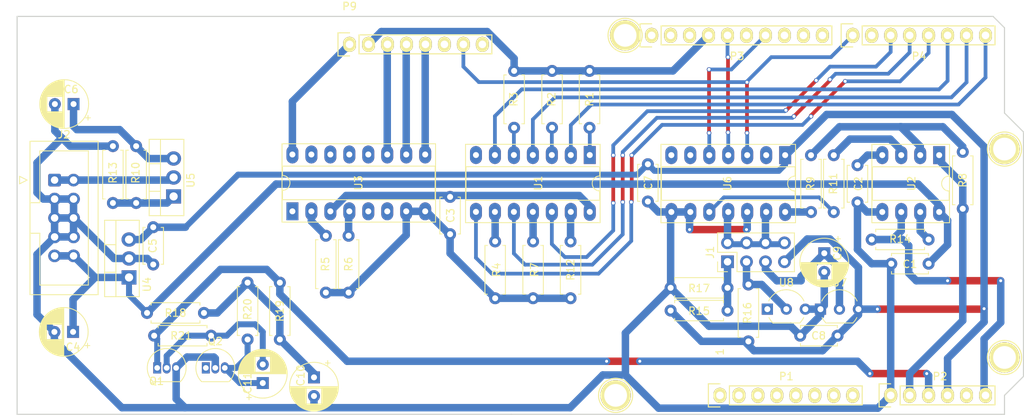
<source format=kicad_pcb>
(kicad_pcb (version 20211014) (generator pcbnew)
  (title_block (date "lun. 30 mars 2015"))
  (layers (0 "F.Cu" signal) (31 "B.Cu" signal) (34 "B.Paste" user) (35 "F.Paste" user) (36 "B.SilkS" user "B.Silkscreen") (37 "F.SilkS" user "F.Silkscreen") (38 "B.Mask" user) (39 "F.Mask" user) (44 "Edge.Cuts" user))
  (net 0 "")
  (net 1 "+5V")
  (net 2 "GND")
  (net 3 "/7")
  (net 4 "/4")
  (net 5 "/3(**)")
  (net 6 "/2")
  (net 7 "/13(SCK)")
  (net 8 "/11(**/MOSI)")
  (net 9 "GNDA")
  (net 10 "+12VA")
  (net 11 "-12VA")
  (net 12 "+5VA")
  (net 13 "/-6.5V")
  (net 14 "/MCP_VREF")
  (net 15 "/DAC_REF")
  (net 16 "/LM_VREF")
  (net 17 "/VDIV_REF")
  (net 18 "/CV")
  (net 19 "/AUDIO_BUS")
  (net 20 "/~{VOICE_6_SEL}")
  (net 21 "/~{VOICE_5_SEL}")
  (net 22 "/~{VOICE_4_SEL}")
  (net 23 "/~{VOICE_3_SEL}")
  (net 24 "/~{VOICE_2_SEL}")
  (net 25 "/~{VOICE_1_SEL}")
  (net 26 "/VOICE_1_SEL")
  (net 27 "/VOICE_2_SEL")
  (net 28 "/VOICE_3_SEL")
  (net 29 "/VOICE_4_SEL")
  (net 30 "/VOICE_7_SEL")
  (net 31 "/VOICE_8_SEL")
  (net 32 "/VOICE_5_SEL")
  (net 33 "Net-(R8-Pad2)")
  (net 34 "/DAC_OUT_A")
  (net 35 "Net-(R10-Pad2)")
  (net 36 "/DAC_OUT_B")
  (net 37 "Net-(R11-Pad1)")
  (net 38 "/VOICE_6_SEL")
  (net 39 "/AUDIO_OUT")
  (net 40 "Net-(C10-Pad1)")
  (net 41 "Net-(C11-Pad2)")
  (net 42 "Net-(C11-Pad1)")
  (net 43 "/NOISE")
  (net 44 "/6(**)")
  (footprint "Socket_Arduino_Uno:Socket_Strip_Arduino_1x08" (layer "F.Cu") (at 138.938 123.825)
    (fp_text reference "P1")
    (fp_text value "Power")
  )
  (footprint "Socket_Arduino_Uno:Socket_Strip_Arduino_1x06" (layer "F.Cu") (at 161.798 123.825)
    (fp_text reference "P2")
    (fp_text value "Analog")
  )
  (footprint "Socket_Arduino_Uno:Socket_Strip_Arduino_1x10" (layer "F.Cu") (at 129.794 75.565)
    (fp_text reference "P3")
    (fp_text value "Digital")
  )
  (footprint "Socket_Arduino_Uno:Socket_Strip_Arduino_1x08" (layer "F.Cu") (at 156.718 75.565)
    (fp_text reference "P4")
    (fp_text value "Digital")
  )
  (footprint "Socket_Arduino_Uno:Arduino_1pin" (layer "F.Cu") (at 124.968 123.825)
    (fp_text reference "P5" hide)
    (fp_text value "CONN_01X01" hide)
  )
  (footprint "Socket_Arduino_Uno:Arduino_1pin" (layer "F.Cu") (at 177.038 118.745)
    (fp_text reference "P6" hide)
    (fp_text value "CONN_01X01" hide)
  )
  (footprint "Socket_Arduino_Uno:Arduino_1pin" (layer "F.Cu") (at 126.238 75.565)
    (fp_text reference "P7" hide)
    (fp_text value "CONN_01X01" hide)
  )
  (footprint "Socket_Arduino_Uno:Arduino_1pin" (layer "F.Cu") (at 177.038 90.805)
    (fp_text reference "P8" hide)
    (fp_text value "CONN_01X01" hide)
  )
  (footprint "Capacitor_THT:C_Disc_D4.7mm_W2.5mm_P5.00mm" (layer "F.Cu") (at 166.878 106.172 180)
    (fp_text reference "C1")
    (fp_text value "100nF")
  )
  (footprint "Capacitor_THT:C_Disc_D4.7mm_W2.5mm_P5.00mm" (layer "F.Cu") (at 157.353 92.964 -90)
    (fp_text reference "C2")
    (fp_text value "100nF")
  )
  (footprint "Capacitor_THT:C_Disc_D4.7mm_W2.5mm_P5.00mm" (layer "F.Cu") (at 102.8065 97.2185 -90)
    (fp_text reference "C3")
    (fp_text value "100nF")
  )
  (footprint "Capacitor_THT:CP_Radial_D6.3mm_P2.50mm" (layer "F.Cu") (at 52.324 115.316 180)
    (fp_text reference "C4")
    (fp_text value "0.33uF")
  )
  (footprint "Capacitor_THT:C_Disc_D4.7mm_W2.5mm_P5.00mm" (layer "F.Cu") (at 63.0555 101.2825 -90)
    (fp_text reference "C5")
    (fp_text value "100nF")
  )
  (footprint "Capacitor_THT:C_Disc_D4.7mm_W2.5mm_P5.00mm" (layer "F.Cu") (at 129.286 92.837 -90)
    (fp_text reference "C7")
    (fp_text value "100nF")
  )
  (footprint "Capacitor_THT:C_Disc_D4.7mm_W2.5mm_P5.00mm" (layer "F.Cu") (at 154.686 115.824 180)
    (fp_text reference "C8")
    (fp_text value "100nF")
  )
  (footprint "Capacitor_THT:CP_Radial_D6.3mm_P2.50mm" (layer "F.Cu") (at 152.908 104.775 -90)
    (fp_text reference "C9")
    (fp_text value "10uF")
  )
  (footprint "Connector_PinHeader_2.54mm:PinHeader_2x04_P2.54mm_Vertical" (layer "F.Cu") (at 139.954 105.918 90)
    (fp_text reference "J1")
    (fp_text value "Conn_02x04_Odd_Even")
  )
  (footprint "Connector_IDC:IDC-Header_2x05_P2.54mm_Vertical" (layer "F.Cu") (at 49.8475 94.965)
    (fp_text reference "J2")
    (fp_text value "Conn_02x05_Odd_Even")
  )
  (footprint "Socket_Arduino_Uno:Socket_Strip_Arduino_1x08" (layer "F.Cu") (at 89.3445 76.7715)
    (fp_text reference "P9")
    (fp_text value "Arduino")
  )
  (footprint "Resistor_THT:R_Axial_DIN0207_L6.3mm_D2.5mm_P7.62mm_Horizontal" (layer "F.Cu") (at 121.4755 87.9475 90)
    (fp_text reference "R1")
    (fp_text value "1k")
  )
  (footprint "Resistor_THT:R_Axial_DIN0207_L6.3mm_D2.5mm_P7.62mm_Horizontal" (layer "F.Cu") (at 116.459 87.9475 90)
    (fp_text reference "R2")
    (fp_text value "1k")
  )
  (footprint "Resistor_THT:R_Axial_DIN0207_L6.3mm_D2.5mm_P7.62mm_Horizontal" (layer "F.Cu") (at 111.379 87.9475 90)
    (fp_text reference "R3")
    (fp_text value "1k")
  )
  (footprint "Resistor_THT:R_Axial_DIN0207_L6.3mm_D2.5mm_P7.62mm_Horizontal" (layer "F.Cu") (at 108.839 103.1875 -90)
    (fp_text reference "R4")
    (fp_text value "1k")
  )
  (footprint "Resistor_THT:R_Axial_DIN0207_L6.3mm_D2.5mm_P7.62mm_Horizontal" (layer "F.Cu") (at 86.1695 102.4255 -90)
    (fp_text reference "R5")
    (fp_text value "1k")
  )
  (footprint "Resistor_THT:R_Axial_DIN0207_L6.3mm_D2.5mm_P7.62mm_Horizontal" (layer "F.Cu") (at 89.2175 102.4255 -90)
    (fp_text reference "R6")
    (fp_text value "1k")
  )
  (footprint "Resistor_THT:R_Axial_DIN0207_L6.3mm_D2.5mm_P7.62mm_Horizontal" (layer "F.Cu") (at 113.919 103.1875 -90)
    (fp_text reference "R7")
    (fp_text value "1k")
  )
  (footprint "Resistor_THT:R_Axial_DIN0207_L6.3mm_D2.5mm_P7.62mm_Horizontal" (layer "F.Cu") (at 151.13 91.6305 -90)
    (fp_text reference "R9")
    (fp_text value "10k")
  )
  (footprint "Resistor_THT:R_Axial_DIN0207_L6.3mm_D2.5mm_P7.62mm_Horizontal" (layer "F.Cu") (at 60.7695 90.415 -90)
    (fp_text reference "R10")
    (fp_text value "119")
  )
  (footprint "Resistor_THT:R_Axial_DIN0207_L6.3mm_D2.5mm_P7.62mm_Horizontal" (layer "F.Cu") (at 118.9355 103.1875 -90)
    (fp_text reference "R12")
    (fp_text value "1k")
  )
  (footprint "Resistor_THT:R_Axial_DIN0207_L6.3mm_D2.5mm_P7.62mm_Horizontal" (layer "F.Cu") (at 166.878 102.9335 180)
    (fp_text reference "R14")
    (fp_text value "1k")
  )
  (footprint "Resistor_THT:R_Axial_DIN0207_L6.3mm_D2.5mm_P7.62mm_Horizontal" (layer "F.Cu") (at 132.334 112.4585)
    (fp_text reference "R15")
    (fp_text value "1k")
  )
  (footprint "Package_TO_SOT_THT:TO-220-3_Vertical" (layer "F.Cu") (at 59.817 108.015 90)
    (fp_text reference "U4")
    (fp_text value "LM7805_TO220")
  )
  (footprint "Package_TO_SOT_THT:TO-220-3_Vertical" (layer "F.Cu") (at 65.786 97.155 90)
    (fp_text reference "U5")
    (fp_text value "LM337_TO220")
  )
  (footprint "Package_DIP:DIP-14_W7.62mm_Socket_LongPads" (layer "F.Cu") (at 147.67 91.62 -90)
    (fp_text reference "U6")
    (fp_text value "MCP4922-EP")
  )
  (footprint "Package_TO_SOT_THT:TO-92_Inline_Wide" (layer "F.Cu") (at 145.288 112.268)
    (fp_text reference "U8")
    (fp_text value "LM4040LP-4.1")
  )
  (footprint "Capacitor_THT:CP_Radial_D6.3mm_P2.50mm" (layer "F.Cu") (at 52.3875 84.7725 180)
    (fp_text reference "C6")
    (fp_text value "10uF")
  )
  (footprint "Resistor_THT:R_Axial_DIN0207_L6.3mm_D2.5mm_P7.62mm_Horizontal" (layer "F.Cu") (at 57.658 98.035 90)
    (fp_text reference "R13")
    (fp_text value "500")
  )
  (footprint "Capacitor_THT:CP_Radial_D6.3mm_P2.50mm" (layer "F.Cu") (at 77.724 122.174 90)
    (fp_text reference "C11")
    (fp_text value "47uF")
  )
  (footprint "Package_TO_SOT_THT:TO-92_Inline" (layer "F.Cu") (at 63.588759 120.1425)
    (fp_text reference "Q1")
    (fp_text value "BC547C")
  )
  (footprint "Package_TO_SOT_THT:TO-92_Inline" (layer "F.Cu") (at 70.098759 120.1425)
    (fp_text reference "Q2")
    (fp_text value "BC547C")
  )
  (footprint "Resistor_THT:R_Axial_DIN0207_L6.3mm_D2.5mm_P7.62mm_Horizontal" (layer "F.Cu") (at 75.692 108.712 -90)
    (fp_text reference "R20")
    (fp_text value "47k")
  )
  (footprint "Resistor_THT:R_Axial_DIN0207_L6.3mm_D2.5mm_P7.62mm_Horizontal" (layer "F.Cu") (at 63.178759 115.824)
    (fp_text reference "R21")
    (fp_text value "150k")
  )
  (footprint "Capacitor_THT:CP_Radial_D6.3mm_P2.50mm" (layer "F.Cu") (at 84.582 121.412 -90)
    (fp_text reference "C10")
    (fp_text value "47uF")
  )
  (footprint "Resistor_THT:R_Axial_DIN0207_L6.3mm_D2.5mm_P7.62mm_Horizontal" (layer "F.Cu") (at 80.01 116.332 90)
    (fp_text reference "R19")
    (fp_text value "10k")
  )
  (footprint "Resistor_THT:R_Axial_DIN0207_L6.3mm_D2.5mm_P7.62mm_Horizontal" (layer "F.Cu") (at 62.23 112.776)
    (fp_text reference "R18")
    (fp_text value "22")
  )
  (footprint "Resistor_THT:R_Axial_DIN0207_L6.3mm_D2.5mm_P7.62mm_Horizontal" (layer "F.Cu") (at 171.45 98.806 90)
    (fp_text reference "R8")
    (fp_text value "10k")
  )
  (footprint "Resistor_THT:R_Axial_DIN0207_L6.3mm_D2.5mm_P7.62mm_Horizontal" (layer "F.Cu") (at 139.954 109.4105 180)
    (fp_text reference "R17")
    (fp_text value "4k")
  )
  (footprint "Resistor_THT:R_Axial_DIN0207_L6.3mm_D2.5mm_P7.62mm_Horizontal" (layer "F.Cu") (at 142.748 116.586 90)
    (fp_text reference "R16")
    (fp_text value "909")
  )
  (footprint "Package_TO_SOT_THT:TO-92_Inline_Wide" (layer "F.Cu") (at 152.4 112.268)
    (fp_text reference "U7")
    (fp_text value "MCP1541-TO")
  )
  (footprint "Package_DIP:DIP-8_W7.62mm_Socket_LongPads" (layer "F.Cu") (at 168.292 91.62 -90)
    (fp_text reference "U2")
    (fp_text value "TL072")
  )
  (footprint "Resistor_THT:R_Axial_DIN0207_L6.3mm_D2.5mm_P7.62mm_Horizontal" (layer "F.Cu") (at 154.178 91.6305 -90)
    (fp_text reference "R11")
    (fp_text value "10k")
  )
  (footprint "Package_DIP:DIP-16_W7.62mm_Socket_LongPads" (layer "F.Cu") (at 81.692 99.1535 90)
    (fp_text reference "U3")
    (fp_text value "74HC4051")
  )
  (footprint "Package_DIP:DIP-14_W7.62mm_Socket_LongPads" (layer "F.Cu") (at 121.508 91.6055 -90)
    (fp_text reference "U1")
    (fp_text value "74LS04")
  )
  (gr_line (start 110.998 73.025) (end 44.831 73.025) (layer "Edge.Cuts") (width 0.15))
  (gr_line (start 44.831 126.365) (end 110.998 126.365) (layer "Edge.Cuts") (width 0.15))
  (gr_line (start 44.831 73.025) (end 44.831 126.365) (layer "Edge.Cuts") (width 0.15))
  (gr_line (start 179.578 88.519) (end 177.038 85.979) (layer "Edge.Cuts") (width 0.15))
  (gr_line (start 179.578 121.285) (end 179.578 88.519) (layer "Edge.Cuts") (width 0.15))
  (gr_line (start 175.514 73.025) (end 110.998 73.025) (layer "Edge.Cuts") (width 0.15))
  (gr_line (start 177.038 123.825) (end 179.578 121.285) (layer "Edge.Cuts") (width 0.15))
  (gr_line (start 110.998 126.365) (end 177.038 126.365) (layer "Edge.Cuts") (width 0.15))
  (gr_line (start 177.038 85.979) (end 177.038 74.549) (layer "Edge.Cuts") (width 0.15))
  (gr_line (start 177.038 74.549) (end 175.514 73.025) (layer "Edge.Cuts") (width 0.15))
  (gr_line (start 177.038 126.365) (end 177.038 123.825) (layer "Edge.Cuts") (width 0.15))
  (gr_text "1" (at 138.938 117.983 90) (layer "F.SilkS") (effects (font (size 1 1))))
  (segment (start 102.616 97.028) (end 102.8065 97.2185) (width 1) (layer "B.Cu") (net 1))
  (segment (start 102.8065 97.2185) (end 102.997 97.028) (width 1) (layer "B.Cu") (net 1))
  (segment (start 120.0785 97.028) (end 121.508 98.4575) (width 1) (layer "B.Cu") (net 1))
  (segment (start 121.508 98.4575) (end 121.508 99.2255) (width 1) (layer "B.Cu") (net 1))
  (segment (start 81.692 84.424) (end 89.3445 76.7715) (width 1) (layer "B.Cu") (net 1))
  (segment (start 86.772 99.1535) (end 88.8975 97.028) (width 1) (layer "B.Cu") (net 1))
  (segment (start 81.692 91.5335) (end 81.692 84.424) (width 1) (layer "B.Cu") (net 1))
  (segment (start 88.8975 97.028) (end 102.616 97.028) (width 1) (layer "B.Cu") (net 1))
  (segment (start 102.997 97.028) (end 120.0785 97.028) (width 1) (layer "B.Cu") (net 1))
  (segment (start 121.4755 80.3275) (end 116.459 80.3275) (width 1) (layer "B.Cu") (net 2))
  (segment (start 96.932 102.331) (end 89.2175 110.0455) (width 1) (layer "B.Cu") (net 2))
  (segment (start 102.8065 104.775) (end 108.839 110.8075) (width 1) (layer "B.Cu") (net 2))
  (segment (start 107.772168 75.05549) (end 111.379 78.662322) (width 1) (layer "B.Cu") (net 2))
  (segment (start 99.6145 99.1535) (end 102.8065 102.3455) (width 1) (layer "B.Cu") (net 2))
  (segment (start 93.60051 75.05549) (end 107.772168 75.05549) (width 1) (layer "B.Cu") (net 2))
  (segment (start 118.9355 110.8075) (end 113.919 110.8075) (width 1) (layer "B.Cu") (net 2))
  (segment (start 111.379 78.662322) (end 111.379 80.3275) (width 1) (layer "B.Cu") (net 2))
  (segment (start 96.932 99.1535) (end 99.472 99.1535) (width 1) (layer "B.Cu") (net 2))
  (segment (start 102.8065 102.3455) (end 102.8065 104.775) (width 1) (layer "B.Cu") (net 2))
  (segment (start 99.472 99.1535) (end 99.6145 99.1535) (width 1) (layer "B.Cu") (net 2))
  (segment (start 96.932 99.1535) (end 96.932 102.331) (width 1) (layer "B.Cu") (net 2))
  (segment (start 132.6515 80.3275) (end 121.4755 80.3275) (width 1) (layer "B.Cu") (net 2))
  (segment (start 116.459 80.3275) (end 111.379 80.3275) (width 1) (layer "B.Cu") (net 2))
  (segment (start 137.414 75.565) (end 132.6515 80.3275) (width 1) (layer "B.Cu") (net 2))
  (segment (start 86.1695 110.0455) (end 89.2175 110.0455) (width 1) (layer "B.Cu") (net 2))
  (segment (start 91.8845 76.7715) (end 93.60051 75.05549) (width 1) (layer "B.Cu") (net 2))
  (segment (start 108.839 110.8075) (end 113.919 110.8075) (width 1) (layer "B.Cu") (net 2))
  (segment (start 142.5575 88.646) (end 142.5575 81.8515) (width 0.5) (layer "F.Cu") (net 3))
  (via (at 142.5575 81.8515) (size 0.6) (drill 0.4) (layers "F.Cu" "B.Cu") (net 3))
  (via (at 142.5575 88.646) (size 0.6) (drill 0.4) (layers "F.Cu" "B.Cu") (net 3))
  (segment (start 145.811502 78.486) (end 142.470001 81.827501) (width 0.5) (layer "B.Cu") (net 3))
  (segment (start 142.59 91.62) (end 142.59 88.6785) (width 0.5) (layer "B.Cu") (net 3))
  (segment (start 156.718 75.565) (end 153.797 78.486) (width 0.5) (layer "B.Cu") (net 3))
  (segment (start 142.59 88.6785) (end 142.5575 88.646) (width 0.5) (layer "B.Cu") (net 3))
  (segment (start 153.797 78.486) (end 145.811502 78.486) (width 0.5) (layer "B.Cu") (net 3))
  (segment (start 142.470001 81.827501) (end 106.656001 81.827501) (width 0.5) (layer "B.Cu") (net 3))
  (segment (start 106.656001 81.827501) (end 104.5845 79.756) (width 0.5) (layer "B.Cu") (net 3))
  (segment (start 104.5845 79.756) (end 104.5845 76.7715) (width 0.5) (layer "B.Cu") (net 3))
  (segment (start 99.472 76.804) (end 99.5045 76.7715) (width 1) (layer "B.Cu") (net 4))
  (segment (start 99.472 91.5335) (end 99.472 76.804) (width 1) (layer "B.Cu") (net 4))
  (segment (start 96.932 76.804) (end 96.9645 76.7715) (width 1) (layer "B.Cu") (net 5))
  (segment (start 96.932 91.5335) (end 96.932 76.804) (width 1) (layer "B.Cu") (net 5))
  (segment (start 94.392 76.804) (end 94.4245 76.7715) (width 1) (layer "B.Cu") (net 6))
  (segment (start 94.392 91.5335) (end 94.392 76.804) (width 1) (layer "B.Cu") (net 6))
  (segment (start 140.0175 88.5825) (end 140.0175 78.486) (width 0.5) (layer "F.Cu") (net 7))
  (via (at 140.0175 78.486) (size 0.6) (drill 0.4) (layers "F.Cu" "B.Cu") (net 7))
  (via (at 140.0175 88.5825) (size 0.6) (drill 0.4) (layers "F.Cu" "B.Cu") (net 7))
  (segment (start 139.954 78.4225) (end 140.0175 78.486) (width 0.5) (layer "B.Cu") (net 7))
  (segment (start 139.954 75.565) (end 139.954 78.4225) (width 0.5) (layer "B.Cu") (net 7))
  (segment (start 140.05 88.615) (end 140.0175 88.5825) (width 0.5) (layer "B.Cu") (net 7))
  (segment (start 140.05 91.62) (end 140.05 88.615) (width 0.5) (layer "B.Cu") (net 7))
  (segment (start 137.4775 80.137) (end 137.4775 88.646) (width 0.5) (layer "F.Cu") (net 8))
  (via (at 137.4775 88.646) (size 0.6) (drill 0.4) (layers "F.Cu" "B.Cu") (net 8))
  (via (at 137.4775 80.137) (size 0.6) (drill 0.4) (layers "F.Cu" "B.Cu") (net 8))
  (segment (start 145.034 75.565) (end 140.462 80.137) (width 0.5) (layer "B.Cu") (net 8))
  (segment (start 140.462 80.137) (end 137.4775 80.137) (width 0.5) (layer "B.Cu") (net 8))
  (segment (start 137.51 88.6785) (end 137.4775 88.646) (width 0.5) (layer "B.Cu") (net 8))
  (segment (start 137.51 91.62) (end 137.51 88.6785) (width 0.5) (layer "B.Cu") (net 8))
  (segment (start 142.494 101.6) (end 134.874 101.6) (width 1) (layer "F.Cu") (net 9))
  (via (at 134.874 101.6) (size 0.6) (drill 0.4) (layers "F.Cu" "B.Cu") (net 9))
  (via (at 142.494 101.6) (size 0.6) (drill 0.4) (layers "F.Cu" "B.Cu") (net 9))
  (segment (start 71.368759 120.1425) (end 71.368759 118.877498) (width 1) (layer "B.Cu") (net 9))
  (segment (start 50.83175 89.31275) (end 49.8875 88.3685) (width 1) (layer "B.Cu") (net 9))
  (segment (start 142.59 101.504) (end 142.494 101.6) (width 1) (layer "B.Cu") (net 9))
  (segment (start 152.908 111.76) (end 152.4 112.268) (width 1) (layer "B.Cu") (net 9))
  (segment (start 161.798 106.252) (end 161.878 106.172) (width 1) (layer "B.Cu") (net 9))
  (segment (start 66.128759 120.1425) (end 66.128759 124.294759) (width 1) (layer "B.Cu") (net 9))
  (segment (start 58.85263 125.476) (end 49.824 116.44737) (width 1) (layer "B.Cu") (net 9))
  (segment (start 137.4775 114.554) (end 132.334 109.4105) (width 1) (layer "B.Cu") (net 9))
  (segment (start 49.8475 97.505) (end 49.8475 100.045) (width 1) (layer "B.Cu") (net 9))
  (segment (start 152.4 112.268) (end 152.4 113.11) (width 1) (layer "B.Cu") (net 9))
  (segment (start 47.498 92.6465) (end 50.83175 89.31275) (width 1) (layer "B.Cu") (net 9))
  (segment (start 142.59 99.24) (end 142.59 101.504) (width 1) (layer "B.Cu") (net 9))
  (segment (start 134.874 101.6) (end 134.874 99.336) (width 1) (layer "B.Cu") (net 9))
  (segment (start 52.3875 100.045) (end 52.3875 97.505) (width 1) (layer "B.Cu") (net 9))
  (segment (start 67.57876 118.692499) (end 66.128759 120.1425) (width 1) (layer "B.Cu") (net 9))
  (segment (start 132.334 99.336) (end 132.43 99.24) (width 1) (layer "B.Cu") (net 9))
  (segment (start 84.582 123.912) (end 84.582 125.222) (width 1) (layer "B.Cu") (net 9))
  (segment (start 159.258 106.172) (end 161.878 106.172) (width 1) (layer "B.Cu") (net 9))
  (segment (start 152.4 113.11) (end 149.686 115.824) (width 1) (layer "B.Cu") (net 9))
  (segment (start 157.353 97.964) (end 157.353 104.267) (width 1) (layer "B.Cu") (net 9))
  (segment (start 49.8475 100.045) (end 52.3875 100.045) (width 1) (layer "B.Cu") (net 9))
  (segment (start 134.97 99.24) (end 132.43 99.24) (width 1) (layer "B.Cu") (net 9))
  (segment (start 130.689 99.24) (end 129.286 97.837) (width 1) (layer "B.Cu") (net 9))
  (segment (start 160.672 99.24) (end 158.629 99.24) (width 1) (layer "B.Cu") (net 9))
  (segment (start 52.3875 102.585) (end 52.3875 100.045) (width 1) (layer "B.Cu") (net 9))
  (segment (start 49.824 116.44737) (end 49.824 115.316) (width 1) (layer "B.Cu") (net 9))
  (segment (start 47.498 104.9345) (end 49.8475 102.585) (width 1) (layer "B.Cu") (net 9))
  (segment (start 62.248 105.475) (end 63.0555 106.2825) (width 1) (layer "B.Cu") (net 9))
  (segment (start 49.824 115.316) (end 47.498 112.99) (width 1) (layer "B.Cu") (net 9))
  (segment (start 126.279361 121.092999) (end 126.279361 115.465139) (width 1) (layer "B.Cu") (net 9))
  (segment (start 152.908 107.275) (end 152.908 111.76) (width 1) (layer "B.Cu") (net 9))
  (segment (start 71.368759 118.877498) (end 71.18376 118.692499) (width 1) (layer "B.Cu") (net 9))
  (segment (start 160.08199 125.54101) (end 130.727372 125.54101) (width 1) (layer "B.Cu") (net 9))
  (segment (start 49.8475 102.585) (end 49.8475 100.045) (width 1) (layer "B.Cu") (net 9))
  (segment (start 71.18376 118.692499) (end 67.57876 118.692499) (width 1) (layer "B.Cu") (net 9))
  (segment (start 47.498 112.99) (end 47.498 104.9345) (width 1) (layer "B.Cu") (net 9))
  (segment (start 49.8475 97.505) (end 52.3875 97.505) (width 1) (layer "B.Cu") (net 9))
  (segment (start 157.353 104.267) (end 159.258 106.172) (width 1) (layer "B.Cu") (net 9))
  (segment (start 148.416 114.554) (end 137.4775 114.554) (width 1) (layer "B.Cu") (net 9))
  (segment (start 59.817 105.475) (end 57.8175 105.475) (width 1) (layer "B.Cu") (net 9))
  (segment (start 51.934 90.415) (end 50.83175 89.31275) (width 1) (layer "B.Cu") (net 9))
  (segment (start 123.255001 121.092999) (end 118.872 125.476) (width 1) (layer "B.Cu") (net 9))
  (segment (start 126.279361 115.465139) (end 132.334 109.4105) (width 1) (layer "B.Cu") (net 9))
  (segment (start 66.128759 124.294759) (end 67.31 125.476) (width 1) (layer "B.Cu") (net 9))
  (segment (start 47.498 96.647) (end 47.498 92.6465) (width 1) (layer "B.Cu") (net 9))
  (segment (start 118.872 125.476) (end 67.31 125.476) (width 1) (layer "B.Cu") (net 9))
  (segment (start 130.727372 125.54101) (end 126.279361 121.092999) (width 1) (layer "B.Cu") (net 9))
  (segment (start 158.629 99.24) (end 157.353 97.964) (width 1) (layer "B.Cu") (net 9))
  (segment (start 67.31 125.476) (end 58.928 125.476) (width 1) (layer "B.Cu") (net 9))
  (segment (start 49.8875 88.3685) (end 49.8875 84.7725) (width 1) (layer "B.Cu") (net 9))
  (segment (start 59.817 105.475) (end 62.248 105.475) (width 1) (layer "B.Cu") (net 9))
  (segment (start 57.8175 105.475) (end 52.3875 100.045) (width 1) (layer "B.Cu") (net 9))
  (segment (start 126.279361 121.092999) (end 123.255001 121.092999) (width 1) (layer "B.Cu") (net 9))
  (segment (start 134.874 99.336) (end 134.97 99.24) (width 1) (layer "B.Cu") (net 9))
  (segment (start 132.43 99.24) (end 130.689 99.24) (width 1) (layer "B.Cu") (net 9))
  (segment (start 49.8475 102.585) (end 52.3875 102.585) (width 1) (layer "B.Cu") (net 9))
  (segment (start 49.8475 97.505) (end 48.356 97.505) (width 1) (layer "B.Cu") (net 9))
  (segment (start 48.356 97.505) (end 47.498 96.647) (width 1) (layer "B.Cu") (net 9))
  (segment (start 161.798 123.825) (end 160.08199 125.54101) (width 1) (layer "B.Cu") (net 9))
  (segment (start 161.798 123.825) (end 161.798 106.252) (width 1) (layer "B.Cu") (net 9))
  (segment (start 149.686 115.824) (end 148.416 114.554) (width 1) (layer "B.Cu") (net 9))
  (segment (start 150.368 112.268) (end 152.4 112.268) (width 1) (layer "B.Cu") (net 9))
  (segment (start 57.658 90.415) (end 51.934 90.415) (width 1) (layer "B.Cu") (net 9))
  (segment (start 132.334 109.4105) (end 132.334 99.336) (width 1) (layer "B.Cu") (net 9))
  (segment (start 165.481 95.504) (end 79.502 95.504) (width 1) (layer "B.Cu") (net 10))
  (segment (start 55.2775 108.015) (end 52.3875 105.125) (width 1) (layer "B.Cu") (net 10))
  (segment (start 52.324 110.9685) (end 55.2775 108.015) (width 1) (layer "B.Cu") (net 10))
  (segment (start 52.324 115.316) (end 52.324 110.9685) (width 1) (layer "B.Cu") (net 10))
  (segment (start 59.817 110.363) (end 62.23 112.776) (width 0.8) (layer "B.Cu") (net 10))
  (segment (start 169.418 103.632) (end 169.418 100.366) (width 1) (layer "B.Cu") (net 10))
  (segment (start 49.8475 105.125) (end 52.3875 105.125) (width 1) (layer "B.Cu") (net 10))
  (segment (start 166.878 106.172) (end 169.418 103.632) (width 1) (layer "B.Cu") (net 10))
  (segment (start 169.418 100.366) (end 168.292 99.24) (width 1) (layer "B.Cu") (net 10))
  (segment (start 59.817 108.015) (end 59.817 110.363) (width 0.8) (layer "B.Cu") (net 10))
  (segment (start 79.502 95.504) (end 62.23 112.776) (width 1) (layer "B.Cu") (net 10))
  (segment (start 168.292 99.24) (end 168.292 98.315) (width 1) (layer "B.Cu") (net 10))
  (segment (start 59.817 108.015) (end 55.2775 108.015) (width 1) (layer "B.Cu") (net 10))
  (segment (start 168.292 98.315) (end 165.481 95.504) (width 1) (layer "B.Cu") (net 10))
  (segment (start 49.8475 94.965) (end 52.3875 94.965) (width 1) (layer "B.Cu") (net 11))
  (segment (start 52.3875 94.965) (end 65.436 94.965) (width 1) (layer "B.Cu") (net 11))
  (segment (start 160.672 91.62) (end 158.697 91.62) (width 1) (layer "B.Cu") (net 11))
  (segment (start 65.436 94.965) (end 65.786 94.615) (width 1) (layer "B.Cu") (net 11))
  (segment (start 158.697 91.62) (end 157.353 92.964) (width 1) (layer "B.Cu") (net 11))
  (segment (start 160.02 112.268) (end 174.244 112.268) (width 1) (layer "F.Cu") (net 12))
  (segment (start 174.244 112.268) (end 174.305999 112.206001) (width 1) (layer "F.Cu") (net 12))
  (via (at 160.02 112.268) (size 0.6) (drill 0.4) (layers "F.Cu" "B.Cu") (net 12))
  (via (at 174.305999 112.206001) (size 0.6) (drill 0.4) (layers "F.Cu" "B.Cu") (net 12))
  (segment (start 157.48 106.68) (end 157.48 112.268) (width 1) (layer "B.Cu") (net 12))
  (segment (start 153.2255 86.1695) (end 169.9895 86.1695) (width 1) (layer "B.Cu") (net 12))
  (segment (start 146.812 93.726) (end 130.175 93.726) (width 0.8) (layer "B.Cu") (net 12))
  (segment (start 169.418 123.825) (end 169.418 118.872) (width 1) (layer "B.Cu") (net 12))
  (segment (start 142.748 116.586) (end 136.4615 116.586) (width 1) (layer "B.Cu") (net 12))
  (segment (start 147.775 91.62) (end 153.2255 86.1695) (width 1) (layer "B.Cu") (net 12))
  (segment (start 67.3735 101.2825) (end 63.0555 101.2825) (width 1) (layer "B.Cu") (net 12))
  (segment (start 74.422 94.234) (end 67.3735 101.2825) (width 0.8) (layer "B.Cu") (net 12))
  (segment (start 130.175 93.726) (end 129.286 92.837) (width 0.8) (layer "B.Cu") (net 12))
  (segment (start 157.48 113.03) (end 154.686 115.824) (width 1) (layer "B.Cu") (net 12))
  (segment (start 147.67 91.62) (end 147.67 92.868) (width 0.8) (layer "B.Cu") (net 12))
  (segment (start 150.622 102.87) (end 153.67 102.87) (width 1) (layer "B.Cu") (net 12))
  (segment (start 169.418 118.872) (end 174.3075 113.9825) (width 1) (layer "B.Cu") (net 12))
  (segment (start 147.574 105.918) (end 150.622 102.87) (width 1) (layer "B.Cu") (net 12))
  (segment (start 147.67 91.62) (end 147.775 91.62) (width 1) (layer "B.Cu") (net 12))
  (segment (start 157.48 112.268) (end 157.48 113.03) (width 1) (layer "B.Cu") (net 12))
  (segment (start 152.677999 117.832001) (end 154.686 115.824) (width 1) (layer "B.Cu") (net 12))
  (segment (start 157.48 112.268) (end 160.02 112.268) (width 1) (layer "B.Cu") (net 12))
  (segment (start 147.67 92.868) (end 146.812 93.726) (width 0.8) (layer "B.Cu") (net 12))
  (segment (start 61.403 102.935) (end 63.0555 101.2825) (width 1) (layer "B.Cu") (net 12))
  (segment (start 142.494 116.84) (end 143.486001 117.832001) (width 1) (layer "B.Cu") (net 12))
  (segment (start 59.817 102.935) (end 61.403 102.935) (width 1) (layer "B.Cu") (net 12))
  (segment (start 153.67 102.87) (end 157.48 106.68) (width 1) (layer "B.Cu") (net 12))
  (segment (start 129.286 92.837) (end 127.889 94.234) (width 0.8) (layer "B.Cu") (net 12))
  (segment (start 127.889 94.234) (end 74.422 94.234) (width 0.8) (layer "B.Cu") (net 12))
  (segment (start 143.486001 117.832001) (end 152.677999 117.832001) (width 1) (layer "B.Cu") (net 12))
  (segment (start 169.9895 86.1695) (end 174.305999 90.485999) (width 1) (layer "B.Cu") (net 12))
  (segment (start 136.4615 116.586) (end 132.334 112.4585) (width 1) (layer "B.Cu") (net 12))
  (segment (start 174.305999 90.485999) (end 174.305999 113.984001) (width 1) (layer "B.Cu") (net 12))
  (segment (start 58.556 88.2015) (end 60.7695 90.415) (width 1) (layer "B.Cu") (net 13))
  (segment (start 52.3875 87.757) (end 52.832 88.2015) (width 1) (layer "B.Cu") (net 13))
  (segment (start 52.3875 84.7725) (end 52.3875 87.757) (width 1) (layer "B.Cu") (net 13))
  (segment (start 62.4295 92.075) (end 60.7695 90.415) (width 1) (layer "B.Cu") (net 13))
  (segment (start 65.786 92.075) (end 62.4295 92.075) (width 1) (layer "B.Cu") (net 13))
  (segment (start 52.832 88.2015) (end 58.556 88.2015) (width 1) (layer "B.Cu") (net 13))
  (segment (start 149.7965 108.458) (end 149.7965 107.8865) (width 1) (layer "B.Cu") (net 14))
  (segment (start 149.7965 108.458) (end 146.558 108.458) (width 1) (layer "B.Cu") (net 14))
  (segment (start 146.558 108.458) (end 145.034 106.934) (width 1) (layer "B.Cu") (net 14))
  (segment (start 154.94 112.268) (end 154.94 106.807) (width 1) (layer "B.Cu") (net 14))
  (segment (start 149.7965 107.8865) (end 152.908 104.775) (width 1) (layer "B.Cu") (net 14))
  (segment (start 145.034 106.934) (end 145.034 105.918) (width 1) (layer "B.Cu") (net 14))
  (segment (start 154.94 106.807) (end 152.908 104.775) (width 1) (layer "B.Cu") (net 14))
  (segment (start 139.8905 99.3995) (end 140.05 99.24) (width 0.8) (layer "B.Cu") (net 15))
  (segment (start 145.034 103.378) (end 145.034 99.336) (width 1) (layer "B.Cu") (net 15))
  (segment (start 144.9705 103.5685) (end 147.5105 103.5685) (width 0.8) (layer "B.Cu") (net 15))
  (segment (start 142.4305 103.5685) (end 144.9705 103.5685) (width 0.8) (layer "B.Cu") (net 15))
  (segment (start 139.8905 103.5685) (end 142.4305 103.5685) (width 0.8) (layer "B.Cu") (net 15))
  (segment (start 145.034 99.336) (end 145.13 99.24) (width 1) (layer "B.Cu") (net 15))
  (segment (start 139.954 99.336) (end 140.05 99.24) (width 1) (layer "B.Cu") (net 15))
  (segment (start 145.13 103.409) (end 144.9705 103.5685) (width 0.8) (layer "B.Cu") (net 15))
  (segment (start 139.954 103.378) (end 139.954 99.336) (width 1) (layer "B.Cu") (net 15))
  (segment (start 142.748 108.966) (end 144.526 108.966) (width 1) (layer "B.Cu") (net 16))
  (segment (start 142.494 108.712) (end 142.748 108.966) (width 1) (layer "B.Cu") (net 16))
  (segment (start 144.526 108.966) (end 147.828 112.268) (width 1) (layer "B.Cu") (net 16))
  (segment (start 142.494 106.045) (end 142.4305 106.1085) (width 1) (layer "B.Cu") (net 16))
  (segment (start 142.494 105.918) (end 142.494 108.712) (width 1) (layer "B.Cu") (net 16))
  (segment (start 139.954 109.4105) (end 139.954 106.172) (width 1) (layer "B.Cu") (net 17))
  (segment (start 139.954 112.4585) (end 139.954 109.4105) (width 1) (layer "B.Cu") (net 17))
  (segment (start 139.954 106.172) (end 139.8905 106.1085) (width 1) (layer "B.Cu") (net 17))
  (segment (start 168.292 91.62) (end 168.292 92.346) (width 1) (layer "B.Cu") (net 18))
  (segment (start 171.45 113.792) (end 171.45 98.806) (width 1) (layer "B.Cu") (net 18))
  (segment (start 168.292 92.346) (end 171.45 95.504) (width 1) (layer "B.Cu") (net 18))
  (segment (start 164.338 123.825) (end 164.338 120.904) (width 1) (layer "B.Cu") (net 18))
  (segment (start 164.338 120.904) (end 171.45 113.792) (width 1) (layer "B.Cu") (net 18))
  (segment (start 171.45 95.504) (end 171.45 98.806) (width 1) (layer "B.Cu") (net 18))
  (segment (start 176.53 108.458) (end 169.418 108.458) (width 1) (layer "F.Cu") (net 19))
  (via (at 169.418 108.458) (size 0.6) (drill 0.4) (layers "F.Cu" "B.Cu") (net 19))
  (via (at 176.53 108.458) (size 0.6) (drill 0.4) (layers "F.Cu" "B.Cu") (net 19))
  (segment (start 164.211 103.759) (end 163.3855 102.9335) (width 1) (layer "B.Cu") (net 19))
  (segment (start 169.418 108.458) (end 165.227 108.458) (width 1) (layer "B.Cu") (net 19))
  (segment (start 174.305999 123.632999) (end 174.305999 116.270001) (width 1) (layer "B.Cu") (net 19))
  (segment (start 164.211 107.442) (end 164.211 103.759) (width 1) (layer "B.Cu") (net 19))
  (segment (start 163.3855 102.9335) (end 159.258 102.9335) (width 1) (layer "B.Cu") (net 19))
  (segment (start 162.052 102.9335) (end 163.212 101.7735) (width 1) (layer "B.Cu") (net 19))
  (segment (start 174.498 123.825) (end 174.305999 123.632999) (width 1) (layer "B.Cu") (net 19))
  (segment (start 163.212 101.7735) (end 163.212 99.24) (width 1) (layer "B.Cu") (net 19))
  (segment (start 174.305999 116.270001) (end 176.53 114.046) (width 1) (layer "B.Cu") (net 19))
  (segment (start 159.258 102.9335) (end 162.052 102.9335) (width 1) (layer "B.Cu") (net 19))
  (segment (start 165.227 108.458) (end 164.211 107.442) (width 1) (layer "B.Cu") (net 19))
  (segment (start 176.53 114.046) (end 176.53 108.458) (width 1) (layer "B.Cu") (net 19))
  (segment (start 151.8285 81.5975) (end 147.828 85.598) (width 0.5) (layer "F.Cu") (net 20))
  (segment (start 124.6505 98.044) (end 124.6505 91.6305) (width 0.5) (layer "F.Cu") (net 20))
  (segment (start 147.828 85.598) (end 147.7645 85.598) (width 0.5) (layer "F.Cu") (net 20))
  (via (at 147.7645 85.598) (size 0.6) (drill 0.4) (layers "F.Cu" "B.Cu") (net 20))
  (via (at 151.8285 81.5975) (size 0.6) (drill 0.4) (layers "F.Cu" "B.Cu") (net 20))
  (via (at 124.6505 91.6305) (size 0.6) (drill 0.4) (layers "F.Cu" "B.Cu") (net 20))
  (via (at 124.6505 98.044) (size 0.6) (drill 0.4) (layers "F.Cu" "B.Cu") (net 20))
  (segment (start 161.798 75.565) (end 161.798 77.7875) (width 0.5) (layer "B.Cu") (net 20))
  (segment (start 116.428 103.5375) (end 118.1735 105.283) (width 0.5) (layer "B.Cu") (net 20))
  (segment (start 129.2225 85.725) (end 147.6375 85.725) (width 0.5) (layer "B.Cu") (net 20))
  (segment (start 159.8295 79.756) (end 153.67 79.756) (width 0.5) (layer "B.Cu") (net 20))
  (segment (start 161.798 77.7875) (end 159.8295 79.756) (width 0.5) (layer "B.Cu") (net 20))
  (segment (start 124.6505 101.727) (end 124.6505 98.044) (width 0.5) (layer "B.Cu") (net 20))
  (segment (start 121.0945 105.283) (end 124.6505 101.727) (width 0.5) (layer "B.Cu") (net 20))
  (segment (start 153.67 79.756) (end 151.8285 81.5975) (width 0.5) (layer "B.Cu") (net 20))
  (segment (start 147.6375 85.725) (end 147.7645 85.598) (width 0.5) (layer "B.Cu") (net 20))
  (segment (start 118.1735 105.283) (end 121.0945 105.283) (width 0.5) (layer "B.Cu") (net 20))
  (segment (start 124.6505 90.297) (end 129.2225 85.725) (width 0.5) (layer "B.Cu") (net 20))
  (segment (start 124.6505 91.6305) (end 124.6505 90.297) (width 0.5) (layer "B.Cu") (net 20))
  (segment (start 116.428 99.2255) (end 116.428 103.5375) (width 0.5) (layer "B.Cu") (net 20))
  (segment (start 125.9205 97.917) (end 125.9205 91.6305) (width 0.5) (layer "F.Cu") (net 21))
  (segment (start 153.67 81.5975) (end 153.67 81.4705) (width 0.5) (layer "F.Cu") (net 21))
  (segment (start 148.844 86.4235) (end 153.67 81.5975) (width 0.5) (layer "F.Cu") (net 21))
  (via (at 153.67 81.4705) (size 0.6) (drill 0.4) (layers "F.Cu" "B.Cu") (net 21))
  (via (at 125.9205 97.917) (size 0.6) (drill 0.4) (layers "F.Cu" "B.Cu") (net 21))
  (via (at 125.9205 91.6305) (size 0.6) (drill 0.4) (layers "F.Cu" "B.Cu") (net 21))
  (via (at 148.844 86.4235) (size 0.6) (drill 0.4) (layers "F.Cu" "B.Cu") (net 21))
  (segment (start 112.8395 106.299) (end 111.348 104.8075) (width 0.5) (layer "B.Cu") (net 21))
  (segment (start 125.9205 91.6305) (end 125.9205 91.186) (width 0.5) (layer "B.Cu") (net 21))
  (segment (start 121.8565 106.299) (end 112.8395 106.299) (width 0.5) (layer "B.Cu") (net 21))
  (segment (start 148.6535 86.614) (end 148.844 86.4235) (width 0.5) (layer "B.Cu") (net 21))
  (segment (start 164.338 77.851) (end 164.338 75.565) (width 0.5) (layer "B.Cu") (net 21))
  (segment (start 161.4805 80.7085) (end 164.338 77.851) (width 0.5) (layer "B.Cu") (net 21))
  (segment (start 125.9205 97.917) (end 125.9205 102.235) (width 0.5) (layer "B.Cu") (net 21))
  (segment (start 154.432 80.7085) (end 161.4805 80.7085) (width 0.5) (layer "B.Cu") (net 21))
  (segment (start 125.9205 91.186) (end 130.4925 86.614) (width 0.5) (layer "B.Cu") (net 21))
  (segment (start 153.67 81.4705) (end 154.432 80.7085) (width 0.5) (layer "B.Cu") (net 21))
  (segment (start 130.4925 86.614) (end 148.6535 86.614) (width 0.5) (layer "B.Cu") (net 21))
  (segment (start 125.9205 102.235) (end 121.8565 106.299) (width 0.5) (layer "B.Cu") (net 21))
  (segment (start 111.348 104.8075) (end 111.348 99.2255) (width 0.5) (layer "B.Cu") (net 21))
  (segment (start 151.13 86.2965) (end 151.13 86.4235) (width 0.5) (layer "F.Cu") (net 22))
  (segment (start 127.127 97.8535) (end 127.0635 97.917) (width 0.5) (layer "F.Cu") (net 22))
  (segment (start 127.127 91.6305) (end 127.127 97.8535) (width 0.5) (layer "F.Cu") (net 22))
  (segment (start 155.702 81.7245) (end 151.13 86.2965) (width 0.5) (layer "F.Cu") (net 22))
  (via (at 127.127 91.6305) (size 0.6) (drill 0.4) (layers "F.Cu" "B.Cu") (net 22))
  (via (at 127.0635 97.917) (size 0.6) (drill 0.4) (layers "F.Cu" "B.Cu") (net 22))
  (via (at 155.702 81.7245) (size 0.6) (drill 0.4) (layers "F.Cu" "B.Cu") (net 22))
  (via (at 151.13 86.4235) (size 0.6) (drill 0.4) (layers "F.Cu" "B.Cu") (net 22))
  (segment (start 131.191 87.5665) (end 127.127 91.6305) (width 0.5) (layer "B.Cu") (net 22))
  (segment (start 166.878 77.9145) (end 163.068 81.7245) (width 0.5) (layer "B.Cu") (net 22))
  (segment (start 166.878 75.565) (end 166.878 77.9145) (width 0.5) (layer "B.Cu") (net 22))
  (segment (start 122.682 107.5055) (end 108.3945 107.5055) (width 0.5) (layer "B.Cu") (net 22))
  (segment (start 108.3945 107.5055) (end 106.268 105.379) (width 0.5) (layer "B.Cu") (net 22))
  (segment (start 163.068 81.7245) (end 155.702 81.7245) (width 0.5) (layer "B.Cu") (net 22))
  (segment (start 127.0635 103.124) (end 122.682 107.5055) (width 0.5) (layer "B.Cu") (net 22))
  (segment (start 106.268 105.379) (end 106.268 99.2255) (width 0.5) (layer "B.Cu") (net 22))
  (segment (start 151.13 86.4235) (end 149.987 87.5665) (width 0.5) (layer "B.Cu") (net 22))
  (segment (start 127.0635 97.917) (end 127.0635 103.124) (width 0.5) (layer "B.Cu") (net 22))
  (segment (start 149.987 87.5665) (end 131.191 87.5665) (width 0.5) (layer "B.Cu") (net 22))
  (segment (start 108.808 86.391) (end 112.395 82.804) (width 0.5) (layer "B.Cu") (net 23))
  (segment (start 169.418 81.661) (end 169.418 75.565) (width 0.5) (layer "B.Cu") (net 23))
  (segment (start 108.808 91.6055) (end 108.808 86.391) (width 0.5) (layer "B.Cu") (net 23))
  (segment (start 168.275 82.804) (end 169.418 81.661) (width 0.5) (layer "B.Cu") (net 23))
  (segment (start 112.395 82.804) (end 168.275 82.804) (width 0.5) (layer "B.Cu") (net 23))
  (segment (start 169.926 83.8835) (end 171.958 81.8515) (width 0.5) (layer "B.Cu") (net 24))
  (segment (start 116.84 83.8835) (end 169.926 83.8835) (width 0.5) (layer "B.Cu") (net 24))
  (segment (start 113.888 86.8355) (end 116.84 83.8835) (width 0.5) (layer "B.Cu") (net 24))
  (segment (start 113.888 91.6055) (end 113.888 86.8355) (width 0.5) (layer "B.Cu") (net 24))
  (segment (start 171.958 81.8515) (end 171.958 75.565) (width 0.5) (layer "B.Cu") (net 24))
  (segment (start 121.7295 84.836) (end 170.8785 84.836) (width 0.5) (layer "B.Cu") (net 25))
  (segment (start 174.498 81.2165) (end 174.498 75.565) (width 0.5) (layer "B.Cu") (net 25))
  (segment (start 118.968 91.6055) (end 118.968 87.5975) (width 0.5) (layer "B.Cu") (net 25))
  (segment (start 170.8785 84.836) (end 174.498 81.2165) (width 0.5) (layer "B.Cu") (net 25))
  (segment (start 118.968 87.5975) (end 121.7295 84.836) (width 0.5) (layer "B.Cu") (net 25))
  (segment (start 121.508 87.98) (end 121.4755 87.9475) (width 0.5) (layer "B.Cu") (net 26))
  (segment (start 121.508 91.6055) (end 121.508 87.98) (width 0.5) (layer "B.Cu") (net 26))
  (segment (start 116.428 91.6055) (end 116.428 87.9785) (width 0.5) (layer "B.Cu") (net 27))
  (segment (start 116.428 87.9785) (end 116.459 87.9475) (width 0.5) (layer "B.Cu") (net 27))
  (segment (start 111.348 87.9785) (end 111.379 87.9475) (width 0.5) (layer "B.Cu") (net 28))
  (segment (start 111.348 91.6055) (end 111.348 87.9785) (width 0.5) (layer "B.Cu") (net 28))
  (segment (start 108.839 99.2565) (end 108.808 99.2255) (width 1) (layer "B.Cu") (net 29))
  (segment (start 108.839 103.1875) (end 108.839 99.2565) (width 1) (layer "B.Cu") (net 29))
  (segment (start 84.232 99.1535) (end 84.232 100.488) (width 1) (layer "B.Cu") (net 30))
  (segment (start 84.232 100.488) (end 86.1695 102.4255) (width 1) (layer "B.Cu") (net 30))
  (segment (start 89.2175 102.4255) (end 89.2175 99.248) (width 1) (layer "B.Cu") (net 31))
  (segment (start 89.2175 99.248) (end 89.312 99.1535) (width 1) (layer "B.Cu") (net 31))
  (segment (start 113.919 99.2565) (end 113.888 99.2255) (width 1) (layer "B.Cu") (net 32))
  (segment (start 113.919 103.1875) (end 113.919 99.2565) (width 1) (layer "B.Cu") (net 32))
  (segment (start 171.45 91.186) (end 171.45 90.4875) (width 1) (layer "B.Cu") (net 33))
  (segment (start 165.752 91.62) (end 165.752 90.441) (width 1) (layer "B.Cu") (net 33))
  (segment (start 163.195 87.8205) (end 154.94 87.8205) (width 1) (layer "B.Cu") (net 33))
  (segment (start 165.752 90.441) (end 163.1315 87.8205) (width 1) (layer "B.Cu") (net 33))
  (segment (start 165.752 91.890002) (end 165.752 91.62) (width 0.5) (layer "B.Cu") (net 33))
  (segment (start 154.94 87.8205) (end 151.13 91.6305) (width 1) (layer "B.Cu") (net 33))
  (segment (start 168.783 87.8205) (end 163.068 87.8205) (width 1) (layer "B.Cu") (net 33))
  (segment (start 171.45 90.4875) (end 168.783 87.8205) (width 1) (layer "B.Cu") (net 33))
  (segment (start 147.67 99.24) (end 151.1195 99.24) (width 1) (layer "B.Cu") (net 34))
  (segment (start 151.1195 99.24) (end 151.13 99.2505) (width 1) (layer "B.Cu") (net 34))
  (segment (start 64.906 98.035) (end 65.786 97.155) (width 1) (layer "B.Cu") (net 35))
  (segment (start 60.7695 98.035) (end 64.906 98.035) (width 1) (layer "B.Cu") (net 35))
  (segment (start 57.658 98.035) (end 60.7695 98.035) (width 1) (layer "B.Cu") (net 35))
  (segment (start 154.178 99.2505) (end 152.2095 97.282) (width 0.5) (layer "B.Cu") (net 36))
  (segment (start 152.2095 97.282) (end 139.468 97.282) (width 0.5) (layer "B.Cu") (net 36))
  (segment (start 139.468 97.282) (end 137.51 99.24) (width 0.5) (layer "B.Cu") (net 36))
  (segment (start 161.7345 89.4715) (end 163.212 90.949) (width 1) (layer "B.Cu") (net 37))
  (segment (start 154.178 91.6305) (end 156.337 89.4715) (width 1) (layer "B.Cu") (net 37))
  (segment (start 156.337 89.4715) (end 161.7345 89.4715) (width 1) (layer "B.Cu") (net 37))
  (segment (start 163.212 90.949) (end 163.212 91.62) (width 1) (layer "B.Cu") (net 37))
  (segment (start 118.9355 99.258) (end 118.968 99.2255) (width 1) (layer "B.Cu") (net 38))
  (segment (start 118.9355 103.1875) (end 118.9355 99.258) (width 1) (layer "B.Cu") (net 38))
  (segment (start 165.752 99.24) (end 165.752 101.8075) (width 1) (layer "B.Cu") (net 39))
  (segment (start 165.752 101.8075) (end 166.878 102.9335) (width 1) (layer "B.Cu") (net 39))
  (segment (start 71.628 112.776) (end 75.692 108.712) (width 1) (layer "B.Cu") (net 40))
  (segment (start 84.582 121.412) (end 84.582 120.904) (width 1) (layer "B.Cu") (net 40))
  (segment (start 80.01 113.03) (end 80.01 116.332) (width 1) (layer "B.Cu") (net 40))
  (segment (start 84.582 120.904) (end 80.01 116.332) (width 1) (layer "B.Cu") (net 40))
  (segment (start 69.85 112.776) (end 71.628 112.776) (width 1) (layer "B.Cu") (net 40))
  (segment (start 75.692 108.712) (end 80.01 113.03) (width 1) (layer "B.Cu") (net 40))
  (segment (start 74.422 114.3) (end 72.898 115.824) (width 0.8) (layer "B.Cu") (net 41))
  (segment (start 64.858759 118.529241) (end 67.564 115.824) (width 0.8) (layer "B.Cu") (net 41))
  (segment (start 72.898 115.824) (end 70.798759 115.824) (width 0.8) (layer "B.Cu") (net 41))
  (segment (start 64.858759 120.1425) (end 64.858759 118.529241) (width 0.8) (layer "B.Cu") (net 41))
  (segment (start 77.724 115.316) (end 76.708 114.3) (width 0.8) (layer "B.Cu") (net 41))
  (segment (start 76.708 114.3) (end 74.422 114.3) (width 0.8) (layer "B.Cu") (net 41))
  (segment (start 67.564 115.824) (end 70.798759 115.824) (width 0.8) (layer "B.Cu") (net 41))
  (segment (start 77.724 119.674) (end 77.724 115.316) (width 0.8) (layer "B.Cu") (net 41))
  (segment (start 77.724 122.174) (end 74.670259 122.174) (width 0.8) (layer "B.Cu") (net 42))
  (segment (start 74.1675 120.1425) (end 75.692 118.618) (width 0.8) (layer "B.Cu") (net 42))
  (segment (start 74.670259 122.174) (end 72.638759 120.1425) (width 0.8) (layer "B.Cu") (net 42))
  (segment (start 75.692 118.618) (end 75.692 116.332) (width 0.8) (layer "B.Cu") (net 42))
  (segment (start 72.638759 120.1425) (end 74.1675 120.1425) (width 0.8) (layer "B.Cu") (net 42))
  (segment (start 123.7615 119.253) (end 128.2065 119.253) (width 1) (layer "F.Cu") (net 43))
  (segment (start 159.004 120.904) (end 166.624 120.904) (width 1) (layer "F.Cu") (net 43))
  (via (at 159.004 120.904) (size 0.6) (drill 0.4) (layers "F.Cu" "B.Cu") (net 43))
  (via (at 128.2065 119.253) (size 0.6) (drill 0.4) (layers "F.Cu" "B.Cu") (net 43))
  (via (at 166.624 120.904) (size 0.6) (drill 0.4) (layers "F.Cu" "B.Cu") (net 43))
  (via (at 123.7615 119.253) (size 0.6) (drill 0.4) (layers "F.Cu" "B.Cu") (net 43))
  (segment (start 167.0685 123.6345) (end 166.878 123.825) (width 1) (layer "B.Cu") (net 43))
  (segment (start 63.178759 115.824) (end 72.068759 106.934) (width 1) (layer "B.Cu") (net 43))
  (segment (start 128.2065 119.253) (end 157.353 119.253) (width 1) (layer "B.Cu") (net 43))
  (segment (start 80.01 110.236) (end 89.027 119.253) (width 1) (layer "B.Cu") (net 43))
  (segment (start 80.01 108.712) (end 80.01 110.236) (width 1) (layer "B.Cu") (net 43))
  (segment (start 166.878 121.158) (end 166.624 120.904) (width 1) (layer "B.Cu") (net 43))
  (segment (start 157.353 119.253) (end 159.004 120.904) (width 1) (layer "B.Cu") (net 43))
  (segment (start 166.878 123.825) (end 166.878 121.158) (width 1) (layer "B.Cu") (net 43))
  (segment (start 63.588759 120.1425) (end 63.588759 116.234) (width 0.8) (layer "B.Cu") (net 43))
  (segment (start 63.588759 116.234) (end 63.178759 115.824) (width 0.8) (layer "B.Cu") (net 43))
  (segment (start 72.068759 106.934) (end 78.232 106.934) (width 1) (layer "B.Cu") (net 43))
  (segment (start 89.027 119.253) (end 123.7615 119.253) (width 1) (layer "B.Cu") (net 43))
  (segment (start 78.232 106.934) (end 80.01 108.712) (width 1) (layer "B.Cu") (net 43))
)
</source>
